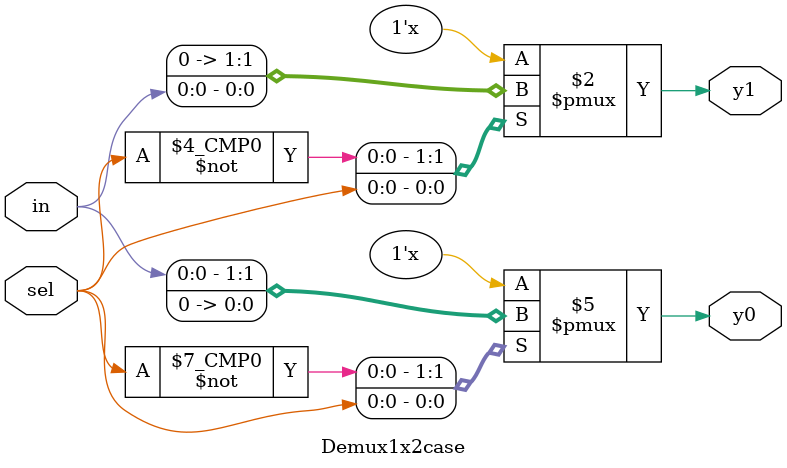
<source format=v>
`timescale 1ns / 1ps


module Demux1x2case(output reg y0,y1,input sel,in);
always @(*)
begin
case(sel)
1'b0 : {y0,y1} = {in,1'b0};
1'b1 : {y1,y0} = {in,1'b0};
endcase
end
endmodule

</source>
